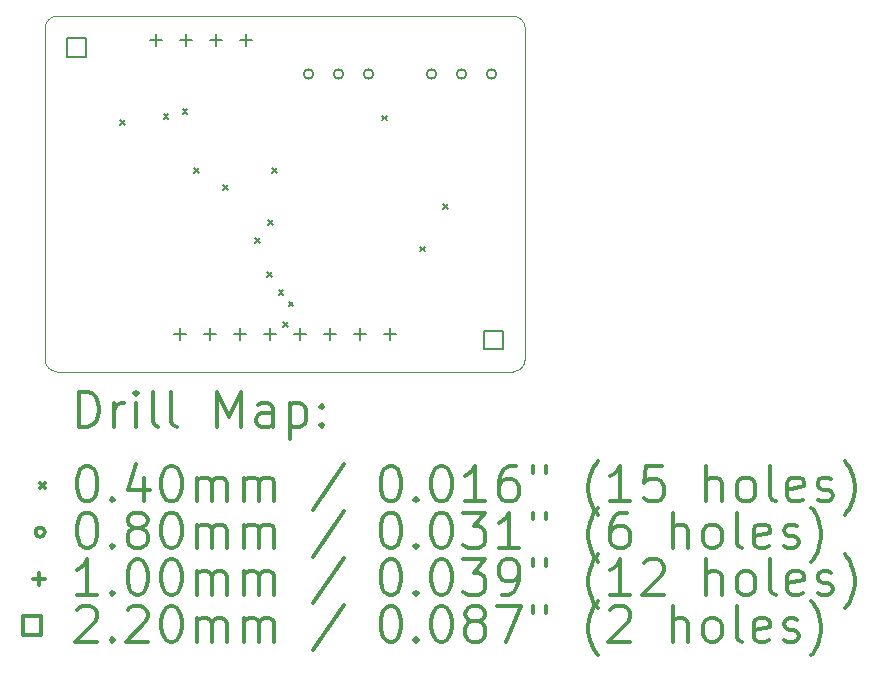
<source format=gbr>
%FSLAX45Y45*%
G04 Gerber Fmt 4.5, Leading zero omitted, Abs format (unit mm)*
G04 Created by KiCad (PCBNEW (5.1.4-0-10_14)) date 2019-08-17 10:20:59*
%MOMM*%
%LPD*%
G04 APERTURE LIST*
%ADD10C,0.050000*%
%ADD11C,0.200000*%
%ADD12C,0.300000*%
G04 APERTURE END LIST*
D10*
X23114000Y-11328400D02*
G75*
G02X23012400Y-11430000I-101600J0D01*
G01*
X19050000Y-8521700D02*
G75*
G02X19151600Y-8420100I101600J0D01*
G01*
X19151600Y-11430000D02*
G75*
G02X19050000Y-11328400I0J101600D01*
G01*
X23012400Y-8420100D02*
G75*
G02X23114000Y-8521700I0J-101600D01*
G01*
X19151600Y-8420100D02*
X23012400Y-8420100D01*
X19050000Y-11328400D02*
X19050000Y-8521700D01*
X23012400Y-11430000D02*
X19151600Y-11430000D01*
X23114000Y-8521700D02*
X23114000Y-11328400D01*
D11*
X19686930Y-9298990D02*
X19726930Y-9338990D01*
X19726930Y-9298990D02*
X19686930Y-9338990D01*
X20052900Y-9249200D02*
X20092900Y-9289200D01*
X20092900Y-9249200D02*
X20052900Y-9289200D01*
X20212970Y-9209430D02*
X20252970Y-9249430D01*
X20252970Y-9209430D02*
X20212970Y-9249430D01*
X20312100Y-9704810D02*
X20352100Y-9744810D01*
X20352100Y-9704810D02*
X20312100Y-9744810D01*
X20559100Y-9853560D02*
X20599100Y-9893560D01*
X20599100Y-9853560D02*
X20559100Y-9893560D01*
X20829100Y-10296720D02*
X20869100Y-10336720D01*
X20869100Y-10296720D02*
X20829100Y-10336720D01*
X20926520Y-10587640D02*
X20966520Y-10627640D01*
X20966520Y-10587640D02*
X20926520Y-10627640D01*
X20940080Y-10144080D02*
X20980080Y-10184080D01*
X20980080Y-10144080D02*
X20940080Y-10184080D01*
X20970350Y-9704820D02*
X21010350Y-9744820D01*
X21010350Y-9704820D02*
X20970350Y-9744820D01*
X21028000Y-10740060D02*
X21068000Y-10780060D01*
X21068000Y-10740060D02*
X21028000Y-10780060D01*
X21062000Y-11012060D02*
X21102000Y-11052060D01*
X21102000Y-11012060D02*
X21062000Y-11052060D01*
X21111590Y-10836460D02*
X21151590Y-10876460D01*
X21151590Y-10836460D02*
X21111590Y-10876460D01*
X21905260Y-9262790D02*
X21945260Y-9302790D01*
X21945260Y-9262790D02*
X21905260Y-9302790D01*
X22222160Y-10370380D02*
X22262160Y-10410380D01*
X22262160Y-10370380D02*
X22222160Y-10410380D01*
X22420650Y-10013270D02*
X22460650Y-10053270D01*
X22460650Y-10013270D02*
X22420650Y-10053270D01*
X21320100Y-8910320D02*
G75*
G03X21320100Y-8910320I-40000J0D01*
G01*
X21574100Y-8910320D02*
G75*
G03X21574100Y-8910320I-40000J0D01*
G01*
X21828100Y-8910320D02*
G75*
G03X21828100Y-8910320I-40000J0D01*
G01*
X22361500Y-8910320D02*
G75*
G03X22361500Y-8910320I-40000J0D01*
G01*
X22615500Y-8910320D02*
G75*
G03X22615500Y-8910320I-40000J0D01*
G01*
X22869500Y-8910320D02*
G75*
G03X22869500Y-8910320I-40000J0D01*
G01*
X20193000Y-11062500D02*
X20193000Y-11162500D01*
X20143000Y-11112500D02*
X20243000Y-11112500D01*
X20447000Y-11062500D02*
X20447000Y-11162500D01*
X20397000Y-11112500D02*
X20497000Y-11112500D01*
X20701000Y-11062500D02*
X20701000Y-11162500D01*
X20651000Y-11112500D02*
X20751000Y-11112500D01*
X20955000Y-11062500D02*
X20955000Y-11162500D01*
X20905000Y-11112500D02*
X21005000Y-11112500D01*
X21209000Y-11062500D02*
X21209000Y-11162500D01*
X21159000Y-11112500D02*
X21259000Y-11112500D01*
X21463000Y-11062500D02*
X21463000Y-11162500D01*
X21413000Y-11112500D02*
X21513000Y-11112500D01*
X21717000Y-11062500D02*
X21717000Y-11162500D01*
X21667000Y-11112500D02*
X21767000Y-11112500D01*
X21971000Y-11062500D02*
X21971000Y-11162500D01*
X21921000Y-11112500D02*
X22021000Y-11112500D01*
X19989800Y-8573300D02*
X19989800Y-8673300D01*
X19939800Y-8623300D02*
X20039800Y-8623300D01*
X20243800Y-8573300D02*
X20243800Y-8673300D01*
X20193800Y-8623300D02*
X20293800Y-8623300D01*
X20497800Y-8573300D02*
X20497800Y-8673300D01*
X20447800Y-8623300D02*
X20547800Y-8623300D01*
X20751800Y-8573300D02*
X20751800Y-8673300D01*
X20701800Y-8623300D02*
X20801800Y-8623300D01*
X22925082Y-11241082D02*
X22925082Y-11085518D01*
X22769517Y-11085518D01*
X22769517Y-11241082D01*
X22925082Y-11241082D01*
X19394483Y-8764583D02*
X19394483Y-8609018D01*
X19238918Y-8609018D01*
X19238918Y-8764583D01*
X19394483Y-8764583D01*
D12*
X19333928Y-11898214D02*
X19333928Y-11598214D01*
X19405357Y-11598214D01*
X19448214Y-11612500D01*
X19476786Y-11641071D01*
X19491071Y-11669643D01*
X19505357Y-11726786D01*
X19505357Y-11769643D01*
X19491071Y-11826786D01*
X19476786Y-11855357D01*
X19448214Y-11883929D01*
X19405357Y-11898214D01*
X19333928Y-11898214D01*
X19633928Y-11898214D02*
X19633928Y-11698214D01*
X19633928Y-11755357D02*
X19648214Y-11726786D01*
X19662500Y-11712500D01*
X19691071Y-11698214D01*
X19719643Y-11698214D01*
X19819643Y-11898214D02*
X19819643Y-11698214D01*
X19819643Y-11598214D02*
X19805357Y-11612500D01*
X19819643Y-11626786D01*
X19833928Y-11612500D01*
X19819643Y-11598214D01*
X19819643Y-11626786D01*
X20005357Y-11898214D02*
X19976786Y-11883929D01*
X19962500Y-11855357D01*
X19962500Y-11598214D01*
X20162500Y-11898214D02*
X20133928Y-11883929D01*
X20119643Y-11855357D01*
X20119643Y-11598214D01*
X20505357Y-11898214D02*
X20505357Y-11598214D01*
X20605357Y-11812500D01*
X20705357Y-11598214D01*
X20705357Y-11898214D01*
X20976786Y-11898214D02*
X20976786Y-11741071D01*
X20962500Y-11712500D01*
X20933928Y-11698214D01*
X20876786Y-11698214D01*
X20848214Y-11712500D01*
X20976786Y-11883929D02*
X20948214Y-11898214D01*
X20876786Y-11898214D01*
X20848214Y-11883929D01*
X20833928Y-11855357D01*
X20833928Y-11826786D01*
X20848214Y-11798214D01*
X20876786Y-11783929D01*
X20948214Y-11783929D01*
X20976786Y-11769643D01*
X21119643Y-11698214D02*
X21119643Y-11998214D01*
X21119643Y-11712500D02*
X21148214Y-11698214D01*
X21205357Y-11698214D01*
X21233928Y-11712500D01*
X21248214Y-11726786D01*
X21262500Y-11755357D01*
X21262500Y-11841071D01*
X21248214Y-11869643D01*
X21233928Y-11883929D01*
X21205357Y-11898214D01*
X21148214Y-11898214D01*
X21119643Y-11883929D01*
X21391071Y-11869643D02*
X21405357Y-11883929D01*
X21391071Y-11898214D01*
X21376786Y-11883929D01*
X21391071Y-11869643D01*
X21391071Y-11898214D01*
X21391071Y-11712500D02*
X21405357Y-11726786D01*
X21391071Y-11741071D01*
X21376786Y-11726786D01*
X21391071Y-11712500D01*
X21391071Y-11741071D01*
X19007500Y-12372500D02*
X19047500Y-12412500D01*
X19047500Y-12372500D02*
X19007500Y-12412500D01*
X19391071Y-12228214D02*
X19419643Y-12228214D01*
X19448214Y-12242500D01*
X19462500Y-12256786D01*
X19476786Y-12285357D01*
X19491071Y-12342500D01*
X19491071Y-12413929D01*
X19476786Y-12471071D01*
X19462500Y-12499643D01*
X19448214Y-12513929D01*
X19419643Y-12528214D01*
X19391071Y-12528214D01*
X19362500Y-12513929D01*
X19348214Y-12499643D01*
X19333928Y-12471071D01*
X19319643Y-12413929D01*
X19319643Y-12342500D01*
X19333928Y-12285357D01*
X19348214Y-12256786D01*
X19362500Y-12242500D01*
X19391071Y-12228214D01*
X19619643Y-12499643D02*
X19633928Y-12513929D01*
X19619643Y-12528214D01*
X19605357Y-12513929D01*
X19619643Y-12499643D01*
X19619643Y-12528214D01*
X19891071Y-12328214D02*
X19891071Y-12528214D01*
X19819643Y-12213929D02*
X19748214Y-12428214D01*
X19933928Y-12428214D01*
X20105357Y-12228214D02*
X20133928Y-12228214D01*
X20162500Y-12242500D01*
X20176786Y-12256786D01*
X20191071Y-12285357D01*
X20205357Y-12342500D01*
X20205357Y-12413929D01*
X20191071Y-12471071D01*
X20176786Y-12499643D01*
X20162500Y-12513929D01*
X20133928Y-12528214D01*
X20105357Y-12528214D01*
X20076786Y-12513929D01*
X20062500Y-12499643D01*
X20048214Y-12471071D01*
X20033928Y-12413929D01*
X20033928Y-12342500D01*
X20048214Y-12285357D01*
X20062500Y-12256786D01*
X20076786Y-12242500D01*
X20105357Y-12228214D01*
X20333928Y-12528214D02*
X20333928Y-12328214D01*
X20333928Y-12356786D02*
X20348214Y-12342500D01*
X20376786Y-12328214D01*
X20419643Y-12328214D01*
X20448214Y-12342500D01*
X20462500Y-12371071D01*
X20462500Y-12528214D01*
X20462500Y-12371071D02*
X20476786Y-12342500D01*
X20505357Y-12328214D01*
X20548214Y-12328214D01*
X20576786Y-12342500D01*
X20591071Y-12371071D01*
X20591071Y-12528214D01*
X20733928Y-12528214D02*
X20733928Y-12328214D01*
X20733928Y-12356786D02*
X20748214Y-12342500D01*
X20776786Y-12328214D01*
X20819643Y-12328214D01*
X20848214Y-12342500D01*
X20862500Y-12371071D01*
X20862500Y-12528214D01*
X20862500Y-12371071D02*
X20876786Y-12342500D01*
X20905357Y-12328214D01*
X20948214Y-12328214D01*
X20976786Y-12342500D01*
X20991071Y-12371071D01*
X20991071Y-12528214D01*
X21576786Y-12213929D02*
X21319643Y-12599643D01*
X21962500Y-12228214D02*
X21991071Y-12228214D01*
X22019643Y-12242500D01*
X22033928Y-12256786D01*
X22048214Y-12285357D01*
X22062500Y-12342500D01*
X22062500Y-12413929D01*
X22048214Y-12471071D01*
X22033928Y-12499643D01*
X22019643Y-12513929D01*
X21991071Y-12528214D01*
X21962500Y-12528214D01*
X21933928Y-12513929D01*
X21919643Y-12499643D01*
X21905357Y-12471071D01*
X21891071Y-12413929D01*
X21891071Y-12342500D01*
X21905357Y-12285357D01*
X21919643Y-12256786D01*
X21933928Y-12242500D01*
X21962500Y-12228214D01*
X22191071Y-12499643D02*
X22205357Y-12513929D01*
X22191071Y-12528214D01*
X22176786Y-12513929D01*
X22191071Y-12499643D01*
X22191071Y-12528214D01*
X22391071Y-12228214D02*
X22419643Y-12228214D01*
X22448214Y-12242500D01*
X22462500Y-12256786D01*
X22476786Y-12285357D01*
X22491071Y-12342500D01*
X22491071Y-12413929D01*
X22476786Y-12471071D01*
X22462500Y-12499643D01*
X22448214Y-12513929D01*
X22419643Y-12528214D01*
X22391071Y-12528214D01*
X22362500Y-12513929D01*
X22348214Y-12499643D01*
X22333928Y-12471071D01*
X22319643Y-12413929D01*
X22319643Y-12342500D01*
X22333928Y-12285357D01*
X22348214Y-12256786D01*
X22362500Y-12242500D01*
X22391071Y-12228214D01*
X22776786Y-12528214D02*
X22605357Y-12528214D01*
X22691071Y-12528214D02*
X22691071Y-12228214D01*
X22662500Y-12271071D01*
X22633928Y-12299643D01*
X22605357Y-12313929D01*
X23033928Y-12228214D02*
X22976786Y-12228214D01*
X22948214Y-12242500D01*
X22933928Y-12256786D01*
X22905357Y-12299643D01*
X22891071Y-12356786D01*
X22891071Y-12471071D01*
X22905357Y-12499643D01*
X22919643Y-12513929D01*
X22948214Y-12528214D01*
X23005357Y-12528214D01*
X23033928Y-12513929D01*
X23048214Y-12499643D01*
X23062500Y-12471071D01*
X23062500Y-12399643D01*
X23048214Y-12371071D01*
X23033928Y-12356786D01*
X23005357Y-12342500D01*
X22948214Y-12342500D01*
X22919643Y-12356786D01*
X22905357Y-12371071D01*
X22891071Y-12399643D01*
X23176786Y-12228214D02*
X23176786Y-12285357D01*
X23291071Y-12228214D02*
X23291071Y-12285357D01*
X23733928Y-12642500D02*
X23719643Y-12628214D01*
X23691071Y-12585357D01*
X23676786Y-12556786D01*
X23662500Y-12513929D01*
X23648214Y-12442500D01*
X23648214Y-12385357D01*
X23662500Y-12313929D01*
X23676786Y-12271071D01*
X23691071Y-12242500D01*
X23719643Y-12199643D01*
X23733928Y-12185357D01*
X24005357Y-12528214D02*
X23833928Y-12528214D01*
X23919643Y-12528214D02*
X23919643Y-12228214D01*
X23891071Y-12271071D01*
X23862500Y-12299643D01*
X23833928Y-12313929D01*
X24276786Y-12228214D02*
X24133928Y-12228214D01*
X24119643Y-12371071D01*
X24133928Y-12356786D01*
X24162500Y-12342500D01*
X24233928Y-12342500D01*
X24262500Y-12356786D01*
X24276786Y-12371071D01*
X24291071Y-12399643D01*
X24291071Y-12471071D01*
X24276786Y-12499643D01*
X24262500Y-12513929D01*
X24233928Y-12528214D01*
X24162500Y-12528214D01*
X24133928Y-12513929D01*
X24119643Y-12499643D01*
X24648214Y-12528214D02*
X24648214Y-12228214D01*
X24776786Y-12528214D02*
X24776786Y-12371071D01*
X24762500Y-12342500D01*
X24733928Y-12328214D01*
X24691071Y-12328214D01*
X24662500Y-12342500D01*
X24648214Y-12356786D01*
X24962500Y-12528214D02*
X24933928Y-12513929D01*
X24919643Y-12499643D01*
X24905357Y-12471071D01*
X24905357Y-12385357D01*
X24919643Y-12356786D01*
X24933928Y-12342500D01*
X24962500Y-12328214D01*
X25005357Y-12328214D01*
X25033928Y-12342500D01*
X25048214Y-12356786D01*
X25062500Y-12385357D01*
X25062500Y-12471071D01*
X25048214Y-12499643D01*
X25033928Y-12513929D01*
X25005357Y-12528214D01*
X24962500Y-12528214D01*
X25233928Y-12528214D02*
X25205357Y-12513929D01*
X25191071Y-12485357D01*
X25191071Y-12228214D01*
X25462500Y-12513929D02*
X25433928Y-12528214D01*
X25376786Y-12528214D01*
X25348214Y-12513929D01*
X25333928Y-12485357D01*
X25333928Y-12371071D01*
X25348214Y-12342500D01*
X25376786Y-12328214D01*
X25433928Y-12328214D01*
X25462500Y-12342500D01*
X25476786Y-12371071D01*
X25476786Y-12399643D01*
X25333928Y-12428214D01*
X25591071Y-12513929D02*
X25619643Y-12528214D01*
X25676786Y-12528214D01*
X25705357Y-12513929D01*
X25719643Y-12485357D01*
X25719643Y-12471071D01*
X25705357Y-12442500D01*
X25676786Y-12428214D01*
X25633928Y-12428214D01*
X25605357Y-12413929D01*
X25591071Y-12385357D01*
X25591071Y-12371071D01*
X25605357Y-12342500D01*
X25633928Y-12328214D01*
X25676786Y-12328214D01*
X25705357Y-12342500D01*
X25819643Y-12642500D02*
X25833928Y-12628214D01*
X25862500Y-12585357D01*
X25876786Y-12556786D01*
X25891071Y-12513929D01*
X25905357Y-12442500D01*
X25905357Y-12385357D01*
X25891071Y-12313929D01*
X25876786Y-12271071D01*
X25862500Y-12242500D01*
X25833928Y-12199643D01*
X25819643Y-12185357D01*
X19047500Y-12788500D02*
G75*
G03X19047500Y-12788500I-40000J0D01*
G01*
X19391071Y-12624214D02*
X19419643Y-12624214D01*
X19448214Y-12638500D01*
X19462500Y-12652786D01*
X19476786Y-12681357D01*
X19491071Y-12738500D01*
X19491071Y-12809929D01*
X19476786Y-12867071D01*
X19462500Y-12895643D01*
X19448214Y-12909929D01*
X19419643Y-12924214D01*
X19391071Y-12924214D01*
X19362500Y-12909929D01*
X19348214Y-12895643D01*
X19333928Y-12867071D01*
X19319643Y-12809929D01*
X19319643Y-12738500D01*
X19333928Y-12681357D01*
X19348214Y-12652786D01*
X19362500Y-12638500D01*
X19391071Y-12624214D01*
X19619643Y-12895643D02*
X19633928Y-12909929D01*
X19619643Y-12924214D01*
X19605357Y-12909929D01*
X19619643Y-12895643D01*
X19619643Y-12924214D01*
X19805357Y-12752786D02*
X19776786Y-12738500D01*
X19762500Y-12724214D01*
X19748214Y-12695643D01*
X19748214Y-12681357D01*
X19762500Y-12652786D01*
X19776786Y-12638500D01*
X19805357Y-12624214D01*
X19862500Y-12624214D01*
X19891071Y-12638500D01*
X19905357Y-12652786D01*
X19919643Y-12681357D01*
X19919643Y-12695643D01*
X19905357Y-12724214D01*
X19891071Y-12738500D01*
X19862500Y-12752786D01*
X19805357Y-12752786D01*
X19776786Y-12767071D01*
X19762500Y-12781357D01*
X19748214Y-12809929D01*
X19748214Y-12867071D01*
X19762500Y-12895643D01*
X19776786Y-12909929D01*
X19805357Y-12924214D01*
X19862500Y-12924214D01*
X19891071Y-12909929D01*
X19905357Y-12895643D01*
X19919643Y-12867071D01*
X19919643Y-12809929D01*
X19905357Y-12781357D01*
X19891071Y-12767071D01*
X19862500Y-12752786D01*
X20105357Y-12624214D02*
X20133928Y-12624214D01*
X20162500Y-12638500D01*
X20176786Y-12652786D01*
X20191071Y-12681357D01*
X20205357Y-12738500D01*
X20205357Y-12809929D01*
X20191071Y-12867071D01*
X20176786Y-12895643D01*
X20162500Y-12909929D01*
X20133928Y-12924214D01*
X20105357Y-12924214D01*
X20076786Y-12909929D01*
X20062500Y-12895643D01*
X20048214Y-12867071D01*
X20033928Y-12809929D01*
X20033928Y-12738500D01*
X20048214Y-12681357D01*
X20062500Y-12652786D01*
X20076786Y-12638500D01*
X20105357Y-12624214D01*
X20333928Y-12924214D02*
X20333928Y-12724214D01*
X20333928Y-12752786D02*
X20348214Y-12738500D01*
X20376786Y-12724214D01*
X20419643Y-12724214D01*
X20448214Y-12738500D01*
X20462500Y-12767071D01*
X20462500Y-12924214D01*
X20462500Y-12767071D02*
X20476786Y-12738500D01*
X20505357Y-12724214D01*
X20548214Y-12724214D01*
X20576786Y-12738500D01*
X20591071Y-12767071D01*
X20591071Y-12924214D01*
X20733928Y-12924214D02*
X20733928Y-12724214D01*
X20733928Y-12752786D02*
X20748214Y-12738500D01*
X20776786Y-12724214D01*
X20819643Y-12724214D01*
X20848214Y-12738500D01*
X20862500Y-12767071D01*
X20862500Y-12924214D01*
X20862500Y-12767071D02*
X20876786Y-12738500D01*
X20905357Y-12724214D01*
X20948214Y-12724214D01*
X20976786Y-12738500D01*
X20991071Y-12767071D01*
X20991071Y-12924214D01*
X21576786Y-12609929D02*
X21319643Y-12995643D01*
X21962500Y-12624214D02*
X21991071Y-12624214D01*
X22019643Y-12638500D01*
X22033928Y-12652786D01*
X22048214Y-12681357D01*
X22062500Y-12738500D01*
X22062500Y-12809929D01*
X22048214Y-12867071D01*
X22033928Y-12895643D01*
X22019643Y-12909929D01*
X21991071Y-12924214D01*
X21962500Y-12924214D01*
X21933928Y-12909929D01*
X21919643Y-12895643D01*
X21905357Y-12867071D01*
X21891071Y-12809929D01*
X21891071Y-12738500D01*
X21905357Y-12681357D01*
X21919643Y-12652786D01*
X21933928Y-12638500D01*
X21962500Y-12624214D01*
X22191071Y-12895643D02*
X22205357Y-12909929D01*
X22191071Y-12924214D01*
X22176786Y-12909929D01*
X22191071Y-12895643D01*
X22191071Y-12924214D01*
X22391071Y-12624214D02*
X22419643Y-12624214D01*
X22448214Y-12638500D01*
X22462500Y-12652786D01*
X22476786Y-12681357D01*
X22491071Y-12738500D01*
X22491071Y-12809929D01*
X22476786Y-12867071D01*
X22462500Y-12895643D01*
X22448214Y-12909929D01*
X22419643Y-12924214D01*
X22391071Y-12924214D01*
X22362500Y-12909929D01*
X22348214Y-12895643D01*
X22333928Y-12867071D01*
X22319643Y-12809929D01*
X22319643Y-12738500D01*
X22333928Y-12681357D01*
X22348214Y-12652786D01*
X22362500Y-12638500D01*
X22391071Y-12624214D01*
X22591071Y-12624214D02*
X22776786Y-12624214D01*
X22676786Y-12738500D01*
X22719643Y-12738500D01*
X22748214Y-12752786D01*
X22762500Y-12767071D01*
X22776786Y-12795643D01*
X22776786Y-12867071D01*
X22762500Y-12895643D01*
X22748214Y-12909929D01*
X22719643Y-12924214D01*
X22633928Y-12924214D01*
X22605357Y-12909929D01*
X22591071Y-12895643D01*
X23062500Y-12924214D02*
X22891071Y-12924214D01*
X22976786Y-12924214D02*
X22976786Y-12624214D01*
X22948214Y-12667071D01*
X22919643Y-12695643D01*
X22891071Y-12709929D01*
X23176786Y-12624214D02*
X23176786Y-12681357D01*
X23291071Y-12624214D02*
X23291071Y-12681357D01*
X23733928Y-13038500D02*
X23719643Y-13024214D01*
X23691071Y-12981357D01*
X23676786Y-12952786D01*
X23662500Y-12909929D01*
X23648214Y-12838500D01*
X23648214Y-12781357D01*
X23662500Y-12709929D01*
X23676786Y-12667071D01*
X23691071Y-12638500D01*
X23719643Y-12595643D01*
X23733928Y-12581357D01*
X23976786Y-12624214D02*
X23919643Y-12624214D01*
X23891071Y-12638500D01*
X23876786Y-12652786D01*
X23848214Y-12695643D01*
X23833928Y-12752786D01*
X23833928Y-12867071D01*
X23848214Y-12895643D01*
X23862500Y-12909929D01*
X23891071Y-12924214D01*
X23948214Y-12924214D01*
X23976786Y-12909929D01*
X23991071Y-12895643D01*
X24005357Y-12867071D01*
X24005357Y-12795643D01*
X23991071Y-12767071D01*
X23976786Y-12752786D01*
X23948214Y-12738500D01*
X23891071Y-12738500D01*
X23862500Y-12752786D01*
X23848214Y-12767071D01*
X23833928Y-12795643D01*
X24362500Y-12924214D02*
X24362500Y-12624214D01*
X24491071Y-12924214D02*
X24491071Y-12767071D01*
X24476786Y-12738500D01*
X24448214Y-12724214D01*
X24405357Y-12724214D01*
X24376786Y-12738500D01*
X24362500Y-12752786D01*
X24676786Y-12924214D02*
X24648214Y-12909929D01*
X24633928Y-12895643D01*
X24619643Y-12867071D01*
X24619643Y-12781357D01*
X24633928Y-12752786D01*
X24648214Y-12738500D01*
X24676786Y-12724214D01*
X24719643Y-12724214D01*
X24748214Y-12738500D01*
X24762500Y-12752786D01*
X24776786Y-12781357D01*
X24776786Y-12867071D01*
X24762500Y-12895643D01*
X24748214Y-12909929D01*
X24719643Y-12924214D01*
X24676786Y-12924214D01*
X24948214Y-12924214D02*
X24919643Y-12909929D01*
X24905357Y-12881357D01*
X24905357Y-12624214D01*
X25176786Y-12909929D02*
X25148214Y-12924214D01*
X25091071Y-12924214D01*
X25062500Y-12909929D01*
X25048214Y-12881357D01*
X25048214Y-12767071D01*
X25062500Y-12738500D01*
X25091071Y-12724214D01*
X25148214Y-12724214D01*
X25176786Y-12738500D01*
X25191071Y-12767071D01*
X25191071Y-12795643D01*
X25048214Y-12824214D01*
X25305357Y-12909929D02*
X25333928Y-12924214D01*
X25391071Y-12924214D01*
X25419643Y-12909929D01*
X25433928Y-12881357D01*
X25433928Y-12867071D01*
X25419643Y-12838500D01*
X25391071Y-12824214D01*
X25348214Y-12824214D01*
X25319643Y-12809929D01*
X25305357Y-12781357D01*
X25305357Y-12767071D01*
X25319643Y-12738500D01*
X25348214Y-12724214D01*
X25391071Y-12724214D01*
X25419643Y-12738500D01*
X25533928Y-13038500D02*
X25548214Y-13024214D01*
X25576786Y-12981357D01*
X25591071Y-12952786D01*
X25605357Y-12909929D01*
X25619643Y-12838500D01*
X25619643Y-12781357D01*
X25605357Y-12709929D01*
X25591071Y-12667071D01*
X25576786Y-12638500D01*
X25548214Y-12595643D01*
X25533928Y-12581357D01*
X18997500Y-13134500D02*
X18997500Y-13234500D01*
X18947500Y-13184500D02*
X19047500Y-13184500D01*
X19491071Y-13320214D02*
X19319643Y-13320214D01*
X19405357Y-13320214D02*
X19405357Y-13020214D01*
X19376786Y-13063071D01*
X19348214Y-13091643D01*
X19319643Y-13105929D01*
X19619643Y-13291643D02*
X19633928Y-13305929D01*
X19619643Y-13320214D01*
X19605357Y-13305929D01*
X19619643Y-13291643D01*
X19619643Y-13320214D01*
X19819643Y-13020214D02*
X19848214Y-13020214D01*
X19876786Y-13034500D01*
X19891071Y-13048786D01*
X19905357Y-13077357D01*
X19919643Y-13134500D01*
X19919643Y-13205929D01*
X19905357Y-13263071D01*
X19891071Y-13291643D01*
X19876786Y-13305929D01*
X19848214Y-13320214D01*
X19819643Y-13320214D01*
X19791071Y-13305929D01*
X19776786Y-13291643D01*
X19762500Y-13263071D01*
X19748214Y-13205929D01*
X19748214Y-13134500D01*
X19762500Y-13077357D01*
X19776786Y-13048786D01*
X19791071Y-13034500D01*
X19819643Y-13020214D01*
X20105357Y-13020214D02*
X20133928Y-13020214D01*
X20162500Y-13034500D01*
X20176786Y-13048786D01*
X20191071Y-13077357D01*
X20205357Y-13134500D01*
X20205357Y-13205929D01*
X20191071Y-13263071D01*
X20176786Y-13291643D01*
X20162500Y-13305929D01*
X20133928Y-13320214D01*
X20105357Y-13320214D01*
X20076786Y-13305929D01*
X20062500Y-13291643D01*
X20048214Y-13263071D01*
X20033928Y-13205929D01*
X20033928Y-13134500D01*
X20048214Y-13077357D01*
X20062500Y-13048786D01*
X20076786Y-13034500D01*
X20105357Y-13020214D01*
X20333928Y-13320214D02*
X20333928Y-13120214D01*
X20333928Y-13148786D02*
X20348214Y-13134500D01*
X20376786Y-13120214D01*
X20419643Y-13120214D01*
X20448214Y-13134500D01*
X20462500Y-13163071D01*
X20462500Y-13320214D01*
X20462500Y-13163071D02*
X20476786Y-13134500D01*
X20505357Y-13120214D01*
X20548214Y-13120214D01*
X20576786Y-13134500D01*
X20591071Y-13163071D01*
X20591071Y-13320214D01*
X20733928Y-13320214D02*
X20733928Y-13120214D01*
X20733928Y-13148786D02*
X20748214Y-13134500D01*
X20776786Y-13120214D01*
X20819643Y-13120214D01*
X20848214Y-13134500D01*
X20862500Y-13163071D01*
X20862500Y-13320214D01*
X20862500Y-13163071D02*
X20876786Y-13134500D01*
X20905357Y-13120214D01*
X20948214Y-13120214D01*
X20976786Y-13134500D01*
X20991071Y-13163071D01*
X20991071Y-13320214D01*
X21576786Y-13005929D02*
X21319643Y-13391643D01*
X21962500Y-13020214D02*
X21991071Y-13020214D01*
X22019643Y-13034500D01*
X22033928Y-13048786D01*
X22048214Y-13077357D01*
X22062500Y-13134500D01*
X22062500Y-13205929D01*
X22048214Y-13263071D01*
X22033928Y-13291643D01*
X22019643Y-13305929D01*
X21991071Y-13320214D01*
X21962500Y-13320214D01*
X21933928Y-13305929D01*
X21919643Y-13291643D01*
X21905357Y-13263071D01*
X21891071Y-13205929D01*
X21891071Y-13134500D01*
X21905357Y-13077357D01*
X21919643Y-13048786D01*
X21933928Y-13034500D01*
X21962500Y-13020214D01*
X22191071Y-13291643D02*
X22205357Y-13305929D01*
X22191071Y-13320214D01*
X22176786Y-13305929D01*
X22191071Y-13291643D01*
X22191071Y-13320214D01*
X22391071Y-13020214D02*
X22419643Y-13020214D01*
X22448214Y-13034500D01*
X22462500Y-13048786D01*
X22476786Y-13077357D01*
X22491071Y-13134500D01*
X22491071Y-13205929D01*
X22476786Y-13263071D01*
X22462500Y-13291643D01*
X22448214Y-13305929D01*
X22419643Y-13320214D01*
X22391071Y-13320214D01*
X22362500Y-13305929D01*
X22348214Y-13291643D01*
X22333928Y-13263071D01*
X22319643Y-13205929D01*
X22319643Y-13134500D01*
X22333928Y-13077357D01*
X22348214Y-13048786D01*
X22362500Y-13034500D01*
X22391071Y-13020214D01*
X22591071Y-13020214D02*
X22776786Y-13020214D01*
X22676786Y-13134500D01*
X22719643Y-13134500D01*
X22748214Y-13148786D01*
X22762500Y-13163071D01*
X22776786Y-13191643D01*
X22776786Y-13263071D01*
X22762500Y-13291643D01*
X22748214Y-13305929D01*
X22719643Y-13320214D01*
X22633928Y-13320214D01*
X22605357Y-13305929D01*
X22591071Y-13291643D01*
X22919643Y-13320214D02*
X22976786Y-13320214D01*
X23005357Y-13305929D01*
X23019643Y-13291643D01*
X23048214Y-13248786D01*
X23062500Y-13191643D01*
X23062500Y-13077357D01*
X23048214Y-13048786D01*
X23033928Y-13034500D01*
X23005357Y-13020214D01*
X22948214Y-13020214D01*
X22919643Y-13034500D01*
X22905357Y-13048786D01*
X22891071Y-13077357D01*
X22891071Y-13148786D01*
X22905357Y-13177357D01*
X22919643Y-13191643D01*
X22948214Y-13205929D01*
X23005357Y-13205929D01*
X23033928Y-13191643D01*
X23048214Y-13177357D01*
X23062500Y-13148786D01*
X23176786Y-13020214D02*
X23176786Y-13077357D01*
X23291071Y-13020214D02*
X23291071Y-13077357D01*
X23733928Y-13434500D02*
X23719643Y-13420214D01*
X23691071Y-13377357D01*
X23676786Y-13348786D01*
X23662500Y-13305929D01*
X23648214Y-13234500D01*
X23648214Y-13177357D01*
X23662500Y-13105929D01*
X23676786Y-13063071D01*
X23691071Y-13034500D01*
X23719643Y-12991643D01*
X23733928Y-12977357D01*
X24005357Y-13320214D02*
X23833928Y-13320214D01*
X23919643Y-13320214D02*
X23919643Y-13020214D01*
X23891071Y-13063071D01*
X23862500Y-13091643D01*
X23833928Y-13105929D01*
X24119643Y-13048786D02*
X24133928Y-13034500D01*
X24162500Y-13020214D01*
X24233928Y-13020214D01*
X24262500Y-13034500D01*
X24276786Y-13048786D01*
X24291071Y-13077357D01*
X24291071Y-13105929D01*
X24276786Y-13148786D01*
X24105357Y-13320214D01*
X24291071Y-13320214D01*
X24648214Y-13320214D02*
X24648214Y-13020214D01*
X24776786Y-13320214D02*
X24776786Y-13163071D01*
X24762500Y-13134500D01*
X24733928Y-13120214D01*
X24691071Y-13120214D01*
X24662500Y-13134500D01*
X24648214Y-13148786D01*
X24962500Y-13320214D02*
X24933928Y-13305929D01*
X24919643Y-13291643D01*
X24905357Y-13263071D01*
X24905357Y-13177357D01*
X24919643Y-13148786D01*
X24933928Y-13134500D01*
X24962500Y-13120214D01*
X25005357Y-13120214D01*
X25033928Y-13134500D01*
X25048214Y-13148786D01*
X25062500Y-13177357D01*
X25062500Y-13263071D01*
X25048214Y-13291643D01*
X25033928Y-13305929D01*
X25005357Y-13320214D01*
X24962500Y-13320214D01*
X25233928Y-13320214D02*
X25205357Y-13305929D01*
X25191071Y-13277357D01*
X25191071Y-13020214D01*
X25462500Y-13305929D02*
X25433928Y-13320214D01*
X25376786Y-13320214D01*
X25348214Y-13305929D01*
X25333928Y-13277357D01*
X25333928Y-13163071D01*
X25348214Y-13134500D01*
X25376786Y-13120214D01*
X25433928Y-13120214D01*
X25462500Y-13134500D01*
X25476786Y-13163071D01*
X25476786Y-13191643D01*
X25333928Y-13220214D01*
X25591071Y-13305929D02*
X25619643Y-13320214D01*
X25676786Y-13320214D01*
X25705357Y-13305929D01*
X25719643Y-13277357D01*
X25719643Y-13263071D01*
X25705357Y-13234500D01*
X25676786Y-13220214D01*
X25633928Y-13220214D01*
X25605357Y-13205929D01*
X25591071Y-13177357D01*
X25591071Y-13163071D01*
X25605357Y-13134500D01*
X25633928Y-13120214D01*
X25676786Y-13120214D01*
X25705357Y-13134500D01*
X25819643Y-13434500D02*
X25833928Y-13420214D01*
X25862500Y-13377357D01*
X25876786Y-13348786D01*
X25891071Y-13305929D01*
X25905357Y-13234500D01*
X25905357Y-13177357D01*
X25891071Y-13105929D01*
X25876786Y-13063071D01*
X25862500Y-13034500D01*
X25833928Y-12991643D01*
X25819643Y-12977357D01*
X19015282Y-13658283D02*
X19015282Y-13502718D01*
X18859717Y-13502718D01*
X18859717Y-13658283D01*
X19015282Y-13658283D01*
X19319643Y-13444786D02*
X19333928Y-13430500D01*
X19362500Y-13416214D01*
X19433928Y-13416214D01*
X19462500Y-13430500D01*
X19476786Y-13444786D01*
X19491071Y-13473357D01*
X19491071Y-13501929D01*
X19476786Y-13544786D01*
X19305357Y-13716214D01*
X19491071Y-13716214D01*
X19619643Y-13687643D02*
X19633928Y-13701929D01*
X19619643Y-13716214D01*
X19605357Y-13701929D01*
X19619643Y-13687643D01*
X19619643Y-13716214D01*
X19748214Y-13444786D02*
X19762500Y-13430500D01*
X19791071Y-13416214D01*
X19862500Y-13416214D01*
X19891071Y-13430500D01*
X19905357Y-13444786D01*
X19919643Y-13473357D01*
X19919643Y-13501929D01*
X19905357Y-13544786D01*
X19733928Y-13716214D01*
X19919643Y-13716214D01*
X20105357Y-13416214D02*
X20133928Y-13416214D01*
X20162500Y-13430500D01*
X20176786Y-13444786D01*
X20191071Y-13473357D01*
X20205357Y-13530500D01*
X20205357Y-13601929D01*
X20191071Y-13659071D01*
X20176786Y-13687643D01*
X20162500Y-13701929D01*
X20133928Y-13716214D01*
X20105357Y-13716214D01*
X20076786Y-13701929D01*
X20062500Y-13687643D01*
X20048214Y-13659071D01*
X20033928Y-13601929D01*
X20033928Y-13530500D01*
X20048214Y-13473357D01*
X20062500Y-13444786D01*
X20076786Y-13430500D01*
X20105357Y-13416214D01*
X20333928Y-13716214D02*
X20333928Y-13516214D01*
X20333928Y-13544786D02*
X20348214Y-13530500D01*
X20376786Y-13516214D01*
X20419643Y-13516214D01*
X20448214Y-13530500D01*
X20462500Y-13559071D01*
X20462500Y-13716214D01*
X20462500Y-13559071D02*
X20476786Y-13530500D01*
X20505357Y-13516214D01*
X20548214Y-13516214D01*
X20576786Y-13530500D01*
X20591071Y-13559071D01*
X20591071Y-13716214D01*
X20733928Y-13716214D02*
X20733928Y-13516214D01*
X20733928Y-13544786D02*
X20748214Y-13530500D01*
X20776786Y-13516214D01*
X20819643Y-13516214D01*
X20848214Y-13530500D01*
X20862500Y-13559071D01*
X20862500Y-13716214D01*
X20862500Y-13559071D02*
X20876786Y-13530500D01*
X20905357Y-13516214D01*
X20948214Y-13516214D01*
X20976786Y-13530500D01*
X20991071Y-13559071D01*
X20991071Y-13716214D01*
X21576786Y-13401929D02*
X21319643Y-13787643D01*
X21962500Y-13416214D02*
X21991071Y-13416214D01*
X22019643Y-13430500D01*
X22033928Y-13444786D01*
X22048214Y-13473357D01*
X22062500Y-13530500D01*
X22062500Y-13601929D01*
X22048214Y-13659071D01*
X22033928Y-13687643D01*
X22019643Y-13701929D01*
X21991071Y-13716214D01*
X21962500Y-13716214D01*
X21933928Y-13701929D01*
X21919643Y-13687643D01*
X21905357Y-13659071D01*
X21891071Y-13601929D01*
X21891071Y-13530500D01*
X21905357Y-13473357D01*
X21919643Y-13444786D01*
X21933928Y-13430500D01*
X21962500Y-13416214D01*
X22191071Y-13687643D02*
X22205357Y-13701929D01*
X22191071Y-13716214D01*
X22176786Y-13701929D01*
X22191071Y-13687643D01*
X22191071Y-13716214D01*
X22391071Y-13416214D02*
X22419643Y-13416214D01*
X22448214Y-13430500D01*
X22462500Y-13444786D01*
X22476786Y-13473357D01*
X22491071Y-13530500D01*
X22491071Y-13601929D01*
X22476786Y-13659071D01*
X22462500Y-13687643D01*
X22448214Y-13701929D01*
X22419643Y-13716214D01*
X22391071Y-13716214D01*
X22362500Y-13701929D01*
X22348214Y-13687643D01*
X22333928Y-13659071D01*
X22319643Y-13601929D01*
X22319643Y-13530500D01*
X22333928Y-13473357D01*
X22348214Y-13444786D01*
X22362500Y-13430500D01*
X22391071Y-13416214D01*
X22662500Y-13544786D02*
X22633928Y-13530500D01*
X22619643Y-13516214D01*
X22605357Y-13487643D01*
X22605357Y-13473357D01*
X22619643Y-13444786D01*
X22633928Y-13430500D01*
X22662500Y-13416214D01*
X22719643Y-13416214D01*
X22748214Y-13430500D01*
X22762500Y-13444786D01*
X22776786Y-13473357D01*
X22776786Y-13487643D01*
X22762500Y-13516214D01*
X22748214Y-13530500D01*
X22719643Y-13544786D01*
X22662500Y-13544786D01*
X22633928Y-13559071D01*
X22619643Y-13573357D01*
X22605357Y-13601929D01*
X22605357Y-13659071D01*
X22619643Y-13687643D01*
X22633928Y-13701929D01*
X22662500Y-13716214D01*
X22719643Y-13716214D01*
X22748214Y-13701929D01*
X22762500Y-13687643D01*
X22776786Y-13659071D01*
X22776786Y-13601929D01*
X22762500Y-13573357D01*
X22748214Y-13559071D01*
X22719643Y-13544786D01*
X22876786Y-13416214D02*
X23076786Y-13416214D01*
X22948214Y-13716214D01*
X23176786Y-13416214D02*
X23176786Y-13473357D01*
X23291071Y-13416214D02*
X23291071Y-13473357D01*
X23733928Y-13830500D02*
X23719643Y-13816214D01*
X23691071Y-13773357D01*
X23676786Y-13744786D01*
X23662500Y-13701929D01*
X23648214Y-13630500D01*
X23648214Y-13573357D01*
X23662500Y-13501929D01*
X23676786Y-13459071D01*
X23691071Y-13430500D01*
X23719643Y-13387643D01*
X23733928Y-13373357D01*
X23833928Y-13444786D02*
X23848214Y-13430500D01*
X23876786Y-13416214D01*
X23948214Y-13416214D01*
X23976786Y-13430500D01*
X23991071Y-13444786D01*
X24005357Y-13473357D01*
X24005357Y-13501929D01*
X23991071Y-13544786D01*
X23819643Y-13716214D01*
X24005357Y-13716214D01*
X24362500Y-13716214D02*
X24362500Y-13416214D01*
X24491071Y-13716214D02*
X24491071Y-13559071D01*
X24476786Y-13530500D01*
X24448214Y-13516214D01*
X24405357Y-13516214D01*
X24376786Y-13530500D01*
X24362500Y-13544786D01*
X24676786Y-13716214D02*
X24648214Y-13701929D01*
X24633928Y-13687643D01*
X24619643Y-13659071D01*
X24619643Y-13573357D01*
X24633928Y-13544786D01*
X24648214Y-13530500D01*
X24676786Y-13516214D01*
X24719643Y-13516214D01*
X24748214Y-13530500D01*
X24762500Y-13544786D01*
X24776786Y-13573357D01*
X24776786Y-13659071D01*
X24762500Y-13687643D01*
X24748214Y-13701929D01*
X24719643Y-13716214D01*
X24676786Y-13716214D01*
X24948214Y-13716214D02*
X24919643Y-13701929D01*
X24905357Y-13673357D01*
X24905357Y-13416214D01*
X25176786Y-13701929D02*
X25148214Y-13716214D01*
X25091071Y-13716214D01*
X25062500Y-13701929D01*
X25048214Y-13673357D01*
X25048214Y-13559071D01*
X25062500Y-13530500D01*
X25091071Y-13516214D01*
X25148214Y-13516214D01*
X25176786Y-13530500D01*
X25191071Y-13559071D01*
X25191071Y-13587643D01*
X25048214Y-13616214D01*
X25305357Y-13701929D02*
X25333928Y-13716214D01*
X25391071Y-13716214D01*
X25419643Y-13701929D01*
X25433928Y-13673357D01*
X25433928Y-13659071D01*
X25419643Y-13630500D01*
X25391071Y-13616214D01*
X25348214Y-13616214D01*
X25319643Y-13601929D01*
X25305357Y-13573357D01*
X25305357Y-13559071D01*
X25319643Y-13530500D01*
X25348214Y-13516214D01*
X25391071Y-13516214D01*
X25419643Y-13530500D01*
X25533928Y-13830500D02*
X25548214Y-13816214D01*
X25576786Y-13773357D01*
X25591071Y-13744786D01*
X25605357Y-13701929D01*
X25619643Y-13630500D01*
X25619643Y-13573357D01*
X25605357Y-13501929D01*
X25591071Y-13459071D01*
X25576786Y-13430500D01*
X25548214Y-13387643D01*
X25533928Y-13373357D01*
M02*

</source>
